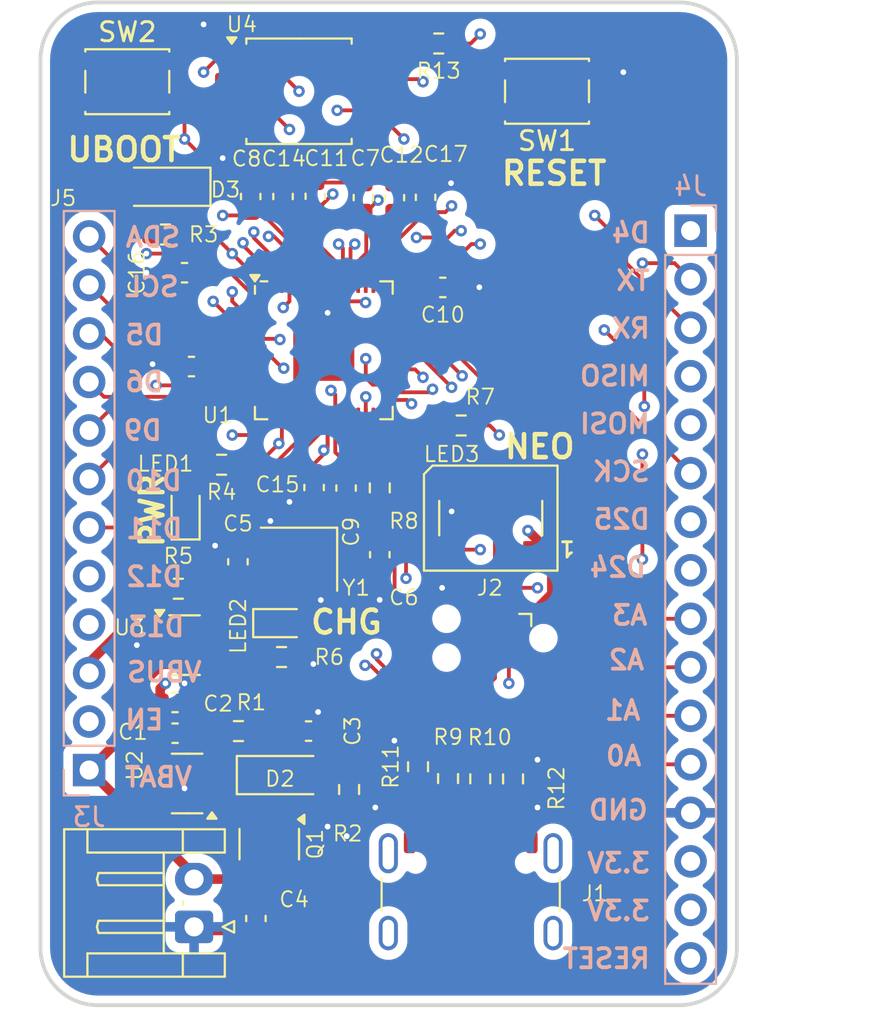
<source format=kicad_pcb>
(kicad_pcb (version 20241229) (generator "pcbnew") (generator_version "9.0")
  (layers (0 "F.Cu" signal) (4 "In1.Cu" signal) (6 "In2.Cu" signal) (2 "B.Cu" signal) (13 "F.Paste" user) (15 "B.Paste" user) (5 "F.SilkS" user "F.Silkscreen") (7 "B.SilkS" user "B.Silkscreen") (1 "F.Mask" user) (3 "B.Mask" user) (25 "Edge.Cuts" user))
  (net 0 "")
  (net 1 "3.3V")
  (net 2 "GND")
  (net 3 "Net-(D2-K)")
  (net 4 "VBAT")
  (net 5 "Net-(U1-XIN)")
  (net 6 "Net-(C6-Pad2)")
  (net 7 "1.2V")
  (net 8 "/NEOPIXEL")
  (net 9 "VBUS")
  (net 10 "/USBBOOT")
  (net 11 "Net-(D3-A)")
  (net 12 "unconnected-(J1-SHIELD-PadS1)")
  (net 14 "Net-(J1-CC1)")
  (net 15 "Net-(J1-CC2)")
  (net 19 "Net-(J1-D--PadA7)")
  (net 20 "Net-(J1-D+-PadA6)")
  (net 21 "/RESET")
  (net 22 "/SWDIO")
  (net 24 "/SWCKL")
  (net 25 "/D9")
  (net 26 "/EN")
  (net 27 "/SCL")
  (net 28 "/D5")
  (net 29 "/D11")
  (net 30 "/D13")
  (net 31 "/D10")
  (net 32 "/D12")
  (net 33 "/SDA")
  (net 34 "/D6")
  (net 35 "/RX")
  (net 36 "/A1")
  (net 37 "/SCK")
  (net 38 "/D25")
  (net 39 "/D4")
  (net 40 "/D24")
  (net 41 "/MOSI")
  (net 42 "/A0")
  (net 43 "/MISO")
  (net 44 "/TX")
  (net 45 "/A2")
  (net 46 "/A3")
  (net 47 "Net-(LED1-A)")
  (net 48 "Net-(LED2-K)")
  (net 49 "Net-(U2-EN)")
  (net 50 "/QSPI_CS")
  (net 51 "Net-(U3-STAT)")
  (net 52 "Net-(U3-PROG)")
  (net 53 "Net-(U1-XOUT)")
  (net 54 "/D+")
  (net 55 "/D-")
  (net 59 "/QSPI_DATA(0)")
  (net 61 "/QSPI_DATA(1)")
  (net 62 "/QSPI_DATA(3)")
  (net 65 "/QSPI_SCK")
  (net 66 "/QSPI_DATA(2)")
  (footprint "Capacitor_SMD:C_0603_1608Metric" (layer "F.Cu") (at 104 102.5)
    (property "Reference" "C2")
    (property "Value" "10uF")
  )
  (footprint "Resistor_SMD:R_0603_1608Metric" (layer "F.Cu") (at 104.175 96.546578)
    (property "Reference" "R5")
    (property "Value" "10K")
  )
  (footprint "Capacitor_SMD:C_0603_1608Metric" (layer "F.Cu") (at 112.96741 91.275 90)
    (property "Reference" "C9")
    (property "Value" "0.1uF")
  )
  (footprint "Resistor_SMD:R_0603_1608Metric" (layer "F.Cu") (at 113.126302 107.057967 -90)
    (property "Reference" "R2")
    (property "Value" "10K")
  )
  (footprint "Resistor_SMD:R_0603_1608Metric" (layer "F.Cu") (at 119 88 180)
    (property "Reference" "R7")
    (property "Value" "10K")
  )
  (footprint "Resistor_SMD:R_0603_1608Metric" (layer "F.Cu") (at 107.325 104 180)
    (property "Reference" "R1")
    (property "Value" "10K")
  )
  (footprint "Resistor_SMD:R_0603_1608Metric" (layer "F.Cu") (at 109.584882 100.123186)
    (property "Reference" "R6")
    (property "Value" "10K")
  )
  (footprint "Capacitor_SMD:C_0603_1608Metric" (layer "F.Cu") (at 104.5 80)
    (property "Reference" "C16")
    (property "Value" "0.1uF")
  )
  (footprint "Capacitor_SMD:C_0603_1608Metric" (layer "F.Cu") (at 104.003438 104.111476)
    (property "Reference" "C1")
    (property "Value" "10uF")
  )
  (footprint "Capacitor_SMD:C_0603_1608Metric" (layer "F.Cu") (at 115.5 76.07115 -90)
    (property "Reference" "C12")
    (property "Value" "0.1uF")
  )
  (footprint "Capacitor_SMD:C_0603_1608Metric" (layer "F.Cu") (at 111 104)
    (property "Reference" "C3")
    (property "Value" "10uF")
  )
  (footprint "Button_Switch_SMD:SW_SPST_PTS810" (layer "F.Cu") (at 101.5 70)
    (property "Reference" "SW2")
    (property "Value" "Mini RA Switch")
  )
  (footprint "Capacitor_SMD:C_0603_1608Metric" (layer "F.Cu") (at 111.290656 91.246909 90)
    (property "Reference" "C15")
    (property "Value" "0.1uF")
  )
  (footprint "Resistor_SMD:R_0603_1608Metric" (layer "F.Cu") (at 120 106.5 90)
    (property "Reference" "R10")
    (property "Value" "27")
  )
  (footprint "Capacitor_SMD:C_0603_1608Metric" (layer "F.Cu") (at 107.967999 76.010274 -90)
    (property "Reference" "C8")
    (property "Value" "0.1uF")
  )
  (footprint "Resistor_SMD:R_0603_1608Metric" (layer "F.Cu") (at 103.5 78 180)
    (property "Reference" "R3")
    (property "Value" "10K")
  )
  (footprint "Package_TO_SOT_SMD:TSOT-23-5" (layer "F.Cu") (at 104.634897 106.744976 180)
    (property "Reference" "U2")
    (property "Value" "RT9080/AP2112-3.3")
  )
  (footprint "Capacitor_SMD:C_0603_1608Metric" (layer "F.Cu") (at 104.862988 84.914272)
    (property "Reference" "C13" (hide yes))
    (property "Value" "0.1uF")
  )
  (footprint "Capacitor_SMD:C_0603_1608Metric" (layer "F.Cu") (at 113.875823 76.065179 -90)
    (property "Reference" "C7")
    (property "Value" "1uF")
  )
  (footprint "Package_TO_SOT_SMD:SOT-23-5" (layer "F.Cu") (at 104.5 99.5)
    (property "Reference" "U3")
    (property "Value" "MCP73831-2-OT")
  )
  (footprint "Package_SO:SOIC-8_5.3x5.3mm_P1.27mm" (layer "F.Cu") (at 110.5 70.5)
    (property "Reference" "U4")
    (property "Value" "W25Q64JVSS")
  )
  (footprint "Diode_SMD:D_SOD-123" (layer "F.Cu") (at 103.5 75.5 180)
    (property "Reference" "D3")
    (property "Value" "NSR0320")
  )
  (footprint "Connector_USB:USB_C_Receptacle_GCT_USB4105-xx-A_16P_TopMnt_Horizontal" (layer "F.Cu") (at 119.5 113.5)
    (property "Reference" "J1")
    (property "Value" "USB_C_Receptacle_USB2.0_16P")
  )
  (footprint "Capacitor_SMD:C_0603_1608Metric" (layer "F.Cu") (at 107.298912 95.136687 -90)
    (property "Reference" "C5")
    (property "Value" "22pF")
  )
  (footprint "Button_Switch_SMD:SW_SPST_PTS810" (layer "F.Cu") (at 123.5 70.5 180)
    (property "Reference" "SW1")
    (property "Value" "SW_Push")
  )
  (footprint "Connector:Tag-Connect_TC2030-IDC-NL_2x03_P1.27mm_Vertical" (layer "F.Cu") (at 120.77 99.135 180)
    (property "Reference" "J2")
    (property "Value" "SWD")
  )
  (footprint "Capacitor_SMD:C_0603_1608Metric" (layer "F.Cu") (at 108.241538 113.814709 -90)
    (property "Reference" "C4")
    (property "Value" "0.1uF")
  )
  (footprint "Capacitor_SMD:C_0603_1608Metric" (layer "F.Cu") (at 114.734579 94.764764 90)
    (property "Reference" "C6")
    (property "Value" "22pF")
  )
  (footprint "Resistor_SMD:R_0603_1608Metric" (layer "F.Cu") (at 116.740417 105.866692 90)
    (property "Reference" "R11")
    (property "Value" "5.1K")
  )
  (footprint "Capacitor_SMD:C_0603_1608Metric" (layer "F.Cu") (at 117.134773 76.054316 -90)
    (property "Reference" "C17")
    (property "Value" "0.1uF")
  )
  (footprint "Resistor_SMD:R_0603_1608Metric" (layer "F.Cu") (at 118.313471 106.48581 90)
    (property "Reference" "R9")
    (property "Value" "27")
  )
  (footprint "Capacitor_SMD:C_0603_1608Metric" (layer "F.Cu") (at 111.355569 76 -90)
    (property "Reference" "C11")
    (property "Value" "0.1uF")
  )
  (footprint "Diode_SMD:D_SOD-123" (layer "F.Cu") (at 109.600408 106.30434)
    (property "Reference" "D2")
    (property "Value" "MBR0540")
  )
  (footprint "Capacitor_SMD:C_0603_1608Metric" (layer "F.Cu") (at 109.662653 76.010274 -90)
    (property "Reference" "C14")
    (property "Value" "0.1uF")
  )
  (footprint "Package_TO_SOT_SMD:SOT-23-3" (layer "F.Cu") (at 108.941334 109.920973 -90)
    (property "Reference" "Q1")
    (property "Value" "DMG3415")
  )
  (footprint "Connector_JST:JST_EH_S2B-EH_1x02_P2.50mm_Horizontal" (layer "F.Cu") (at 105 114.25 90)
    (property "Reference" "J5")
    (property "Value" "Conn_01x02")
  )
  (footprint "LED_SMD:LED_WS2812B_PLCC4_5.0x5.0mm_P3.2mm" (layer "F.Cu") (at 120.55 92.85 180)
    (property "Reference" "LED3")
    (property "Value" "WS2812B")
  )
  (footprint "Package_DFN_QFN:QFN-56-1EP_7x7mm_P0.4mm_EP3.2x3.2mm" (layer "F.Cu") (at 111.8 84.0625)
    (property "Reference" "U1")
    (property "Value" "RP2040")
  )
  (footprint "Capacitor_SMD:C_0603_1608Metric" (layer "F.Cu") (at 118.036416 80.771284 180)
    (property "Reference" "C10")
    (property "Value" "1uF")
  )
  (footprint "Resistor_SMD:R_0603_1608Metric" (layer "F.Cu") (at 121.719905 106.504709 90)
    (property "Reference" "R12")
    (property "Value" "5.1K")
  )
  (footprint "Resistor_SMD:R_0603_1608Metric" (layer "F.Cu") (at 117.825 68 180)
    (property "Reference" "R13")
    (property "Value" "10k")
  )
  (footprint "Resistor_SMD:R_0603_1608Metric" (layer "F.Cu") (at 114.734579 91.264764 90)
    (property "Reference" "R8")
    (property "Value" "1K")
  )
  (footprint "LED_SMD:LED_0603_1608Metric" (layer "F.Cu") (at 109.584882 98.346781)
    (property "Reference" "LED2")
    (property "Value" "ORANGE")
  )
  (footprint "LED_SMD:LED_0603_1608Metric" (layer "F.Cu") (at 104.556392 92.48182 90)
    (property "Reference" "LED1")
    (property "Value" "RED")
  )
  (footprint "Crystal:Crystal_SMD_3225-4Pin_3.2x2.5mm" (layer "F.Cu") (at 110.5 95 180)
    (property "Reference" "Y1")
    (property "Value" "12MHz")
  )
  (footprint "Resistor_SMD:R_0603_1608Metric" (layer "F.Cu") (at 106.440731 90.053778 180)
    (property "Reference" "R4")
    (property "Value" "10K")
  )
  (footprint "Connector_PinHeader_2.54mm:PinHeader_1x16_P2.54mm_Vertical" (layer "B.Cu") (at 131.025 77.8 180)
    (property "Reference" "J4")
    (property "Value" "Conn_01x16")
  )
  (footprint "Connector_PinHeader_2.54mm:PinHeader_1x12_P2.54mm_Vertical" (layer "B.Cu") (at 99.5 106.04)
    (property "Reference" "J3")
    (property "Value" "Conn_01x12")
  )
  (gr_arc (start 130.45 65.85) (mid 132.57132 66.72868) (end 133.45 68.85) (stroke (width 0.2)) (layer "Edge.Cuts"))
  (gr_line (start 99.95 65.85) (end 130.45 65.85) (stroke (width 0.2)) (layer "Edge.Cuts"))
  (gr_arc (start 99.95 118.35) (mid 97.82868 117.47132) (end 96.95 115.35) (stroke (width 0.2)) (layer "Edge.Cuts"))
  (gr_arc (start 133.45 115.35) (mid 132.57132 117.47132) (end 130.45 118.35) (stroke (width 0.2)) (layer "Edge.Cuts"))
  (gr_line (start 130.45 118.35) (end 99.95 118.35) (stroke (width 0.2)) (layer "Edge.Cuts"))
  (gr_line (start 133.45 68.85) (end 133.45 115.35) (stroke (width 0.2)) (layer "Edge.Cuts"))
  (gr_arc (start 96.95 68.85) (mid 97.82868 66.72868) (end 99.95 65.85) (stroke (width 0.2)) (layer "Edge.Cuts"))
  (gr_line (start 96.95 115.35) (end 96.95 68.85) (stroke (width 0.2)) (layer "Edge.Cuts"))
  (gr_text "PWR" (at 103.5 94.5 90) (layer "F.SilkS") (effects (font (size 1.2 1.2) (thickness 0.24) (bold yes)) (justify left bottom)))
  (gr_text "UBOOT" (at 98.227647 74.259838 0) (layer "F.SilkS") (effects (font (size 1.2 1.2) (thickness 0.24) (bold yes)) (justify left bottom)))
  (gr_text "CHG" (at 111 99 0) (layer "F.SilkS") (effects (font (size 1.2 1.2) (thickness 0.24) (bold yes)) (justify left bottom)))
  (gr_text "NEO" (at 121.162378 89.813947 0) (layer "F.SilkS") (effects (font (size 1.2 1.2) (thickness 0.24) (bold yes)) (justify left bottom)))
  (gr_text "RESET" (at 121 75.5 0) (layer "F.SilkS") (effects (font (size 1.2 1.2) (thickness 0.24) (bold yes)) (justify left bottom)))
  (gr_text "SCK" (at 129 91 0) (layer "B.SilkS") (effects (font (size 1 1) (thickness 0.2) (bold yes)) (justify left bottom mirror)))
  (gr_text "D4" (at 129 78.5 0) (layer "B.SilkS") (effects (font (size 1 1) (thickness 0.2) (bold yes)) (justify left bottom mirror)))
  (gr_text "D12" (at 104.5 96.5 0) (layer "B.SilkS") (effects (font (size 1 1) (thickness 0.2) (bold yes)) (justify left bottom mirror)))
  (gr_text "D9" (at 103.414605 88.845671 0) (layer "B.SilkS") (effects (font (size 1 1) (thickness 0.2) (bold yes)) (justify left bottom mirror)))
  (gr_text "TX" (at 129 81 0) (layer "B.SilkS") (effects (font (size 1 1) (thickness 0.2) (bold yes)) (justify left bottom mirror)))
  (gr_text "MOSI" (at 129 88.5 0) (layer "B.SilkS") (effects (font (size 1 1) (thickness 0.2) (bold yes)) (justify left bottom mirror)))
  (gr_text "A0" (at 128.549261 105.88921 0) (layer "B.SilkS") (effects (font (size 1 1) (thickness 0.2) (bold yes)) (justify left bottom mirror)))
  (gr_text "VBUS" (at 105.5 101.5 0) (layer "B.SilkS") (effects (font (size 1 1) (thickness 0.2) (bold yes)) (justify left bottom mirror)))
  (gr_text "D10" (at 104.465513 91.472939 0) (layer "B.SilkS") (effects (font (size 1 1) (thickness 0.2) (bold yes)) (justify left bottom mirror)))
  (gr_text "A1" (at 128.5 103.5 0) (layer "B.SilkS") (effects (font (size 1 1) (thickness 0.2) (bold yes)) (justify left bottom mirror)))
  (gr_text "SCL" (at 104.3046 81.319375 0) (layer "B.SilkS") (effects (font (size 1 1) (thickness 0.2) (bold yes)) (justify left bottom mirror)))
  (gr_text "D11" (at 104.5 94 0) (layer "B.SilkS") (effects (font (size 1 1) (thickness 0.2) (bold yes)) (justify left bottom mirror)))
  (gr_text "D6" (at 103.496708 86.300505 0) (layer "B.SilkS") (effects (font (size 1 1) (thickness 0.2) (bold yes)) (justify left bottom mirror)))
  (gr_text "D13" (at 104.596876 99.124857 0) (layer "B.SilkS") (effects (font (size 1 1) (thickness 0.2) (bold yes)) (justify left bottom mirror)))
  (gr_text "A2" (at 128.697045 100.86456 0) (layer "B.SilkS") (effects (font (size 1 1) (thickness 0.2) (bold yes)) (justify left bottom mirror)))
  (gr_text "EN" (at 103.5 104 0) (layer "B.SilkS") (effects (font (size 1 1) (thickness 0.2) (bold yes)) (justify left bottom mirror)))
  (gr_text "3.3V" (at 129 114 0) (layer "B.SilkS") (effects (font (size 1 1) (thickness 0.2) (bold yes)) (justify left bottom mirror)))
  (gr_text "A3" (at 128.869459 98.52465 0) (layer "B.SilkS") (effects (font (size 1 1) (thickness 0.2) (bold yes)) (justify left bottom mirror)))
  (gr_text "3.3V" (at 129 111.5 0) (layer "B.SilkS") (effects (font (size 1 1) (thickness 0.2) (bold yes)) (justify left bottom mirror)))
  (gr_text "GND" (at 128.89409 108.721734 0) (layer "B.SilkS") (effects (font (size 1 1) (thickness 0.2) (bold yes)) (justify left bottom mirror)))
  (gr_text "RX" (at 129 83.5 0) (layer "B.SilkS") (effects (font (size 1 1) (thickness 0.2) (bold yes)) (justify left bottom mirror)))
  (gr_text "RESET" (at 129 116.5 0) (layer "B.SilkS") (effects (font (size 1 1) (thickness 0.2) (bold yes)) (justify left bottom mirror)))
  (gr_text "D24" (at 128.795567 96.012325 0) (layer "B.SilkS") (effects (font (size 1 1) (thickness 0.2) (bold yes)) (justify left bottom mirror)))
  (gr_text "VBAT" (at 105 107 0) (layer "B.SilkS") (effects (font (size 1 1) (thickness 0.2) (bold yes)) (justify left bottom mirror)))
  (gr_text "SDA" (at 104.383411 78.730689 0) (layer "B.SilkS") (effects (font (size 1 1) (thickness 0.2) (bold yes)) (justify left bottom mirror)))
  (gr_text "D5" (at 103.5 83.84812 0) (layer "B.SilkS") (effects (font (size 1 1) (thickness 0.2) (bold yes)) (justify left bottom mirror)))
  (gr_text "MISO" (at 129 86 0) (layer "B.SilkS") (effects (font (size 1 1) (thickness 0.2) (bold yes)) (justify left bottom mirror)))
  (gr_text "D25" (at 129 93.5 0) (layer "B.SilkS") (effects (font (size 1 1) (thickness 0.2) (bold yes)) (justify left bottom mirror)))
  (segment (start 123.751 96.811075) (end 123.751 95.251) (width 0.5) (layer "F.Cu") (net 1))
  (segment (start 111.5 78.5) (end 111.5 76.919431) (width 0.2) (layer "F.Cu") (net 1))
  (segment (start 123 94.5) (end 123 94) (width 0.5) (layer "F.Cu") (net 1))
  (segment (start 123.751 95.251) (end 123 94.5) (width 0.5) (layer "F.Cu") (net 1))
  (segment (start 107.86448 80.96448) (end 108.3625 81.4625) (width 0.2) (layer "F.Cu") (net 1))
  (segment (start 104.275 79) (end 102.5 79) (width 0.2) (layer "F.Cu") (net 1))
  (segment (start 123 94) (end 122.5 93.5) (width 0.5) (layer "F.Cu") (net 1))
  (segment (start 107.5625 85.0625) (end 107.414272 84.914272) (width 0.2) (layer "F.Cu") (net 1))
  (segment (start 109.672927 76.775) (end 109.662653 76.785274) (width 0.2) (layer "F.Cu") (net 1))
  (segment (start 119.5 68) (end 120 67.5) (width 0.2) (layer "F.Cu") (net 1))
  (segment (start 102.383897 106.581476) (end 102.383897 104.956017) (width 0.5) (layer "F.Cu") (net 1))
  (segment (start 112.4 79.4) (end 111.5 78.5) (width 0.2) (layer "F.Cu") (net 1))
  (segment (start 119.825 88) (end 120.5 88) (width 0.2) (layer "F.Cu") (net 1))
  (segment (start 109.662653 77.162653) (end 109.662653 76.785274) (width 0.2) (layer "F.Cu") (net 1))
  (segment (start 122.04 98.5) (end 122.062075 98.5) (width 0.5) (layer "F.Cu") (net 1))
  (segment (start 115.2375 81.4625) (end 115.5375 81.4625) (width 0.2) (layer "F.Cu") (net 1))
  (segment (start 118.65 68) (end 119.5 68) (width 0.2) (layer "F.Cu") (net 1))
  (segment (start 114.412499 68.919999) (end 117.730001 68.919999) (width 0.2) (layer "F.Cu") (net 1))
  (segment (start 114 80.625) (end 114 79.5671) (width 0.2) (layer "F.Cu") (net 1))
  (segment (start 118.170684 76.829316) (end 118.5 76.5) (width 0.2) (layer "F.Cu") (net 1))
  (segment (start 114.0875 68.595) (end 114.412499 68.919999) (width 0.2) (layer "F.Cu") (net 1))
  (segment (start 115.5 78.0671) (end 115.5 76.84615) (width 0.2) (layer "F.Cu") (net 1))
  (segment (start 105.275 80) (end 106.907964 80) (width 0.2) (layer "F.Cu") (net 1))
  (segment (start 115.5375 81.4625) (end 116.228716 80.771284) (width 0.2) (layer "F.Cu") (net 1))
  (segment (start 108.3625 85.0625) (end 107.5625 85.0625) (width 0.2) (layer "F.Cu") (net 1))
  (segment (start 111.355569 76.775) (end 109.672927 76.775) (width 0.2) (layer "F.Cu") (net 1))
  (segment (start 105.775 85) (end 105.8395 85.0645) (width 0.2) (layer "F.Cu") (net 1))
  (segment (start 120.5 88) (end 121 88.5) (width 0.2) (layer "F.Cu") (net 1))
  (segment (start 106.907964 80) (end 107.86448 80.956516) (width 0.2) (layer "F.Cu") (net 1))
  (segment (start 103.228438 102.503438) (end 103.225 102.5) (width 0.5) (layer "F.Cu") (net 1))
  (segment (start 112 89.296215) (end 111.290656 90.005559) (width 0.2) (layer "F.Cu") (net 1))
  (segment (start 117.134773 76.829316) (end 115.516834 76.829316) (width 0.2) (layer "F.Cu") (net 1))
  (segment (start 114 79.5671) (end 115.5 78.0671) (width 0.2) (layer "F.Cu") (net 1))
  (segment (start 112 89.096215) (end 111.8 89.296215) (width 0.2) (layer "F.Cu") (net 1))
  (segment (start 112 87.5) (end 112 89.296215) (width 0.2) (layer "F.Cu") (net 1))
  (segment (start 112.4 80.625) (end 112.4 79.4) (width 0.2) (layer "F.Cu") (net 1))
  (segment (start 102.383897 104.956017) (end 103.228438 104.111476) (width 0.5) (layer "F.Cu") (net 1))
  (segment (start 117.134773 76.829316) (end 118.170684 76.829316) (width 0.2) (layer "F.Cu") (net 1))
  (segment (start 119.5327 78.5) (end 120 78.5) (width 0.2) (layer "F.Cu") (net 1))
  (segment (start 111.355569 76.775) (end 111.376472 76.775) (width 0.2) (layer "F.Cu") (net 1))
  (segment (start 107.414272 84.914272) (end 105.637988 84.914272) (width 0.2) (layer "F.Cu") (net 1))
  (segment (start 111.5 76.919431) (end 111.355569 76.775) (width 0.2) (layer "F.Cu") (net 1))
  (segment (start 115.516834 76.829316) (end 115.5 76.84615) (width 0.2) (layer "F.Cu") (net 1))
  (segment (start 105.275 80) (end 104.275 79) (width 0.2) (layer "F.Cu") (net 1))
  (segment (start 117.730001 68.919999) (end 118.65 68) (width 0.2) (layer "F.Cu") (net 1))
  (segment (start 112 80.625) (end 112 79.5) (width 0.2) (layer "F.Cu") (net 1))
  (segment (start 117.261416 80.771284) (end 119.5327 78.5) (width 0.2) (layer "F.Cu") (net 1))
  (segment (start 112 87.5) (end 112 89.096215) (width 0.2) (layer "F.Cu") (net 1))
  (segment (start 114.4 80.625) (end 114.4 79.564089) (width 0.2) (layer "F.Cu") (net 1))
  (segment (start 103.225 101.775) (end 103.5 101.5) (width 0.5) (layer "F.Cu") (net 1))
  (segment (start 116.58367 85.0625) (end 116.999 85.47783) (width 0.2) (layer "F.Cu") (net 1))
  (segment (start 103.225 102.5) (end 103.225 101.775) (width 0.5) (layer "F.Cu") (net 1))
  (segment (start 114.4 79.564089) (end 117.134773 76.829316) (width 0.2) (layer "F.Cu") (net 1))
  (segment (start 103.497397 107.694976) (end 102.383897 106.581476) (width 0.5) (layer "F.Cu") (net 1))
  (segment (start 111.376472 76.775) (end 112.272156 75.879316) (width 0.2) (layer "F.Cu") (net 1))
  (segment (start 115.2375 85.0625) (end 116.58367 85.0625) (width 0.2) (layer "F.Cu") (net 1))
  (segment (start 105.637988 84.914272) (end 104.65226 85.9) (width 0.2) (layer "F.Cu") (net 1))
  (segment (start 103.228438 104.111476) (end 103.228438 102.503438) (width 0.5) (layer "F.Cu") (net 1))
  (segment (start 112 79.5) (end 109.662653 77.162653) (width 0.2) (layer "F.Cu") (net 1))
  (segment (start 116.228716 80.771284) (end 117.261416 80.771284) (width 0.2) (layer "F.Cu") (net 1))
  (segment (start 111.290656 90.471909) (end 111.290656 90.005559) (width 0.2) (layer "F.Cu") (net 1))
  (segment (start 104.65226 85.9) (end 103 85.9) (width 0.2) (layer "F.Cu") (net 1))
  (segment (start 107.86448 80.956516) (end 107.86448 80.96448) (width 0.2) (layer "F.Cu") (net 1))
  (segment (start 122.062075 98.5) (end 123.751 96.811075) (width 0.5) (layer "F.Cu") (net 1))
  (via (at 102.5 79) (size 0.6) (drill 0.3) (layers "F.Cu" "B.Cu") (net 1))
  (via (at 118.5 76.5) (size 0.6) (drill 0.3) (layers "F.Cu" "B.Cu") (net 1))
  (via (at 112.272156 75.879316) (size 0.6) (drill 0.3) (layers "F.Cu" "B.Cu") (net 1))
  (via (at 116.999 85.47783) (size 0.6) (drill 0.3) (layers "F.Cu" "B.Cu") (net 1))
  (via (at 103 85.9) (size 0.6) (drill 0.3) (layers "F.Cu" "B.Cu") (net 1))
  (via (at 122.5 93.5) (size 0.6) (drill 0.3) (layers "F.Cu" "B.Cu") (net 1))
  (via (at 103.5 101.5) (size 0.6) (drill 0.3) (layers "F.Cu" "B.Cu") (net 1))
  (via (at 111.8 89.296215) (size 0.6) (drill 0.3) (layers "F.Cu" "B.Cu") (net 1))
  (via (at 120 78.5) (size 0.6) (drill 0.3) (layers "F.Cu" "B.Cu") (net 1))
  (via (at 121 88.5) (size 0.6) (drill 0.3) (layers "F.Cu" "B.Cu") (net 1))
  (via (at 120 67.5) (size 0.6) (drill 0.3) (layers "F.Cu" "B.Cu") (net 1))
  (segment (start 113.117033 107.882967) (end 112 109) (width 0.2) (layer "F.Cu") (net 2))
  (segment (start 111.775 103.275) (end 111.5 103) (width 0.2) (layer "F.Cu") (net 2))
  (segment (start 119.5 98.5) (end 119.5 98) (width 0.2) (layer "F.Cu") (net 2))
  (segment (start 113.126302 107.882967) (end 113.126302 109.373698) (width 0.2) (layer "F.Cu") (net 2))
  (segment (start 104.125 68.375) (end 105.5 67) (width 0.2) (layer "F.Cu") (net 2))
  (segment (start 111.8 84.0625) (end 111.8 82.3) (width 0.2) (layer "F.Cu") (net 2))
  (segment (start 105.772397 106.744976) (end 104.755024 106.744976) (width 0.2) (layer "F.Cu") (net 2))
  (segment (start 104.125 68.4) (end 104.125 68.375) (width 0.2) (layer "F.Cu") (net 2))
  (segment (start 104.556392 93.26932) (end 105.078881 93.26932) (width 0.2) (layer "F.Cu") (net 2))
  (segment (start 113.126302 109.373698) (end 113 109.5) (width 0.2) (layer "F.Cu") (net 2))
  (segment (start 103.575 68.925) (end 104.1 68.4) (width 0.2) (layer "F.Cu") (net 2))
  (segment (start 117.134773 75.279316) (end 118.437516 75.279316) (width 0.2) (layer "F.Cu") (net 2))
  (segment (start 110.8 85.0625) (end 111.8 84.0625) (width 0.2) (layer "F.Cu") (net 2))
  (segment (start 110.885987 100.123186) (end 111.25 100.487199) (width 0.2) (layer "F.Cu") (net 2))
  (segment (start 116.740417 105.041692) (end 116.041692 105.041692) (width 0.2) (layer "F.Cu") (net 2))
  (segment (start 104.775 101.775) (end 104.5 101.5) (width 0.2) (layer "F.Cu") (net 2))
  (segment (start 111.6 97.094929) (end 111.643579 97.138508) (width 0.2) (layer "F.Cu") (net 2))
  (segment (start 104.755024 106.744976) (end 104.5 107) (width 0.2) (layer "F.Cu") (net 2))
  (segment (start 122.7 108.8) (end 122.7 109.82) (width 0.2) (layer "F.Cu") (net 2))
  (segment (start 105.339709 114.589709) (end 105 114.25) (width 0.2) (layer "F.Cu") (net 2))
  (segment (start 111.290656 92.021909) (end 110.021909 92.021909) (width 0.2) (layer "F.Cu") (net 2))
  (segment (start 111.6 95.85) (end 111.6 97.094929) (width 0.2) (layer "F.Cu") (net 2))
  (segment (start 118.811416 80.771284) (end 119.943528 80.771284) (width 0.2) (layer "F.Cu") (net 2))
  (segment (start 106.9125 73.5875) (end 106.5 74) (width 0.2) (layer "F.Cu") (net 2))
  (segment (start 107.298912 94.361687) (end 106.171248 94.361687) (width 0.2) (layer "F.Cu") (net 2))
  (segment (start 104.1 68.4) (end 104.125 68.4) (width 0.2) (layer "F.Cu") (net 2))
  (segment (start 123 108) (end 123 108.5) (width 0.2) (layer "F.Cu") (net 2))
  (segment (start 111.8 82.3) (end 112 82.1) (width 0.2) (layer "F.Cu") (net 2))
  (segment (start 102.952485 84.914272) (end 102.824952 84.786739) (width 0.2) (layer "F.Cu") (net 2))
  (segment (start 114.734579 95.539764) (end 114.734579 97.125812) (width 0.2) (layer "F.Cu") (net 2))
  (segment (start 112.96741 92.5) (end 111.768747 92.5) (width 0.2) (layer "F.Cu") (net 2))
  (segment (start 110.409882 100.123186) (end 110.885987 100.123186) (width 0.2) (layer "F.Cu") (net 2))
  (segment (start 120.875 69.4) (end 126.125 69.4) (width 0.2) (layer "F.Cu") (net 2))
  (segment (start 118.1 91.2) (end 118.1 92.1) (width 0.2) (layer "F.Cu") (net 2))
  (segment (start 111.768747 92.5) (end 111.290656 92.021909) (width 0.2) (layer "F.Cu") (net 2))
  (segment (start 127.4 69.4) (end 127.5 69.5) (width 0.2) (layer "F.Cu") (net 2))
  (segment (start 105.078881 93.26932) (end 106.101036 94.291475) (width 0.2) (layer "F.Cu") (net 2))
  (segment (start 116.3 109.182139) (end 115.30893 108.191069) (width 0.2) (layer "F.Cu") (net 2))
  (segment (start 108.241538 114.589709) (end 105.339709 114.589709) (width 0.2) (layer "F.Cu") (net 2))
  (segment (start 117.134773 75.279316) (end 108.012041 75.279316) (width 0.2) (layer "F.Cu") (net 2))
  (segment (start 116.041692 105.041692) (end 115.5 104.5) (width 0.2) (layer "F.Cu") (net 2))
  (segment (start 119.943528 80.771284) (end 119.951943 80.762869) (width 0.2) (layer "F.Cu") (net 2))
  (segment (start 118.1 92.1) (end 118.5 92.5) (width 0.2) (layer "F.Cu") (net 2))
  (segment (start 104.778438 102.503438) (end 104.775 102.5) (width 0.2) (layer "F.Cu") (net 2))
  (segment (start 106.171248 94.361687) (end 106.101036 94.291475) (width 0.2) (layer "F.Cu") (net 2))
  (segment (start 126.125 69.4) (end 127.4 69.4) (width 0.2) (layer "F.Cu") (net 2))
  (segment (start 118.437516 75.279316) (end 118.469964 75.311764) (width 0.2) (layer "F.Cu") (net 2))
  (segment (start 113.126302 107.882967) (end 113.117033 107.882967) (width 0.2) (layer "F.Cu") (net 2))
  (segment (start 109.4 94.15) (end 109.4 93.4) (width 0.2) (layer "F.Cu") (net 2))
  (segment (start 109.4 93.4) (end 109 93) (width 0.2) (layer "F.Cu") (net 2))
  (segment (start 110.021909 92.021909) (end 110 92) (width 0.2) (layer "F.Cu") (net 2))
  (segment (start 122.820291 105.679709) (end 123 105.5) (width 0.2) (layer "F.Cu") (net 2))
  (segment (start 123 108.5) (end 122.7 108.8) (width 0.2) (layer "F.Cu") (net 2))
  (segment (start 104.778438 104.111476) (end 104.778438 102.503438) (width 0.2) (layer "F.Cu") (net 2))
  (segment (start 110.8 87.5) (end 110.8 85.0625) (width 0.2) (layer "F.Cu") (net 2))
  (segment (start 104.087988 84.914272) (end 102.952485 84.914272) (width 0.2) (layer "F.Cu") (net 2))
  (segment (start 103.725 80) (end 102.5 80) (width 0.2) (layer "F.Cu") (net 2))
  (segment (start 121.719905 105.679709) (end 122.820291 105.679709) (width 0.2) (layer "F.Cu") (net 2))
  (segment (start 103.575 68.925) (end 99.425 68.925) (width 0.2) (layer "F.Cu") (net 2))
  (segment (start 116.3 109.82) (end 116.3 109.182139) (width 0.2) (layer "F.Cu") (net 2))
  (segment (start 108.012041 75.279316) (end 107.967999 75.235274) (width 0.2) (layer "F.Cu") (net 2))
  (segment (start 115.117861 108) (end 114.5 108) (width 0.2) (layer "F.Cu") (net 2))
  (segment (start 103.3625 99.5) (end 102 99.5) (width 0.2) (layer "F.Cu") (net 2))
  (segment (start 119.5 98) (end 118 96.5) (width 0.2) (layer "F.Cu") (net 2))
  (segment (start 114.734579 97.125812) (end 114.729858 97.130533) (width 0.2) (layer "F.Cu") (net 2))
  (segment (start 106.9125 72.405) (end 106.9125 73.5875) (width 0.2) (layer "F.Cu") (net 2))
  (segment (start 115.30893 108.191069) (end 115.117861 108) (width 0.2) (layer "F.Cu") (net 2))
  (segment (start 104.775 102.5) (end 104.775 101.775) (width 0.2) (layer "F.Cu") (net 2))
  (segment (start 111.775 104) (end 111.775 103.275) (width 0.2) (layer "F.Cu") (net 2))
  (via (at 104.5 101.5) (size 0.6) (drill 0.3) (layers "F.Cu" "B.Cu") (net 2))
  (via (at 114.5 108) (size 0.6) (drill 0.3) (layers "F.Cu" "B.Cu") (net 2))
  (via (at 118.469964 75.311764) (size 0.6) (drill 0.3) (layers "F.Cu" "B.Cu") (net 2))
  (via (at 115.5 104.5) (size 0.6) (drill 0.3) (layers "F.Cu" "B.Cu") (net 2))
  (via (at 102.824952 84.786739) (size 0.6) (drill 0.3) (layers "F.Cu" "B.Cu") (net 2))
  (via (at 119.951943 80.762869) (size 0.6) (drill 0.3) (layers "F.Cu" "B.Cu") (net 2))
  (via (at 102.5 80) (size 0.6) (drill 0.3) (layers "F.Cu" "B.Cu") (net 2))
  (via (at 127.5 69.5) (size 0.6) (drill 0.3) (layers "F.Cu" "B.Cu") (net 2))
  (via (at 106.5 74) (size 0.6) (drill 0.3) (layers "F.Cu" "B.Cu") (net 2))
  (via (at 118 96.5) (size 0.6) (drill 0.3) (layers "F.Cu" "B.Cu") (net 2))
  (via (at 114.729858 97.130533) (size 0.6) (drill 0.3) (layers "F.Cu" "B.Cu") (net 2))
  (via (at 118.5 92.5) (size 0.6) (drill 0.3) (layers "F.Cu" "B.Cu") (net 2))
  (via (at 110 92) (size 0.6) (drill 0.3) (layers "F.Cu" "B.Cu") (net 2))
  (via (at 112 109) (size 0.6) (drill 0.3) (layers "F.Cu" "B.Cu") (net 2))
  (via (at 104.5 107) (size 0.6) (drill 0.3) (layers "F.Cu" "B.Cu") (net 2))
  (via (at 111.643579 97.138508) (size 0.6) (drill 0.3) (layers "F.Cu" "B.Cu") (net 2))
  (via (at 102 99.5) (size 0.6) (drill 0.3) (layers "F.Cu" "B.Cu") (net 2))
  (via (at 109 93) (size 0.6) (drill 0.3) (layers "F.Cu" "B.Cu") (net 2))
  (via (at 105.5 67) (size 0.6) (drill 0.3) (layers "F.Cu" "B.Cu") (net 2))
  (via (at 106.101036 94.291475) (size 0.6) (drill 0.3) (layers "F.Cu" "B.Cu") (net 2))
  (via (at 111.25 100.487199) (size 0.6) (drill 0.3) (layers "F.Cu" "B.Cu") (net 2))
  (via (at 123 108) (size 0.6) (drill 0.3) (layers "F.Cu" "B.Cu") (net 2))
  (via (at 111.5 103) (size 0.6) (drill 0.3) (layers "F.Cu" "B.Cu") (net 2))
  (via (at 123 105.5) (size 0.6) (drill 0.3) (layers "F.Cu" "B.Cu") (net 2))
  (via (at 112 82.1) (size 0.6) (drill 0.3) (layers "F.Cu" "B.Cu") (net 2))
  (via (at 113 109.5) (size 0.6) (drill 0.3) (layers "F.Cu" "B.Cu") (net 2))
  (segment (start 107.950408 106.30434) (end 107.950408 104.199592) (width 0.5) (layer "F.Cu") (net 3))
  (segment (start 108.15 104) (end 110.225 104) (width 0.5) (layer "F.Cu") (net 3))
  (segment (start 107.991334 108.783473) (end 107.991334 106.345266) (width 0.5) (layer "F.Cu") (net 3))
  (segment (start 107.991334 106.345266) (end 107.950408 106.30434) (width 0.5) (layer "F.Cu") (net 3))
  (segment (start 106.902837 107.694976) (end 107.991334 108.783473) (width 0.5) (layer "F.Cu") (net 3))
  (segment (start 107.950408 104.199592) (end 108.15 104) (width 0.5) (layer "F.Cu") (net 3))
  (segment (start 105.772397 107.694976) (end 106.902837 107.694976) (width 0.5) (layer "F.Cu") (net 3))
  (segment (start 106.951829 111.75) (end 108.241538 113.039709) (width 0.5) (layer "F.Cu") (net 4))
  (segment (start 102.324 101.4885) (end 102.324 103.216) (width 0.5) (layer "F.Cu") (net 4))
  (segment (start 105 111.54) (end 99.5 106.04) (width 0.5) (layer "F.Cu") (net 4))
  (segment (start 105 111.75) (end 105 111.54) (width 0.5) (layer "F.Cu") (net 4))
  (segment (start 103.3625 100.45) (end 102.324 101.4885) (width 0.5) (layer "F.Cu") (net 4))
  (segment (start 105 111.75) (end 106.951829 111.75) (width 0.5) (layer "F.Cu") (net 4))
  (segment (start 108.941334 111.058473) (end 108.941334 112.339913) (width 0.5) (layer "F.Cu") (net 4))
  (segment (start 108.941334 112.339913) (end 108.241538 113.039709) (width 0.5) (layer "F.Cu") (net 4))
  (segment (start 102.324 103.216) (end 99.5 106.04) (width 0.5) (layer "F.Cu") (net 4))
  (segment (start 109.338313 95.911687) (end 109.4 95.85) (width 0.2) (layer "F.Cu") (net 5))
  (segment (start 109.3 95.85) (end 109.4 95.85) (width 0.2) (layer "F.Cu") (net 5))
  (segment (start 107.298912 95.911687) (end 109.338313 95.911687) (width 0.2) (layer "F.Cu") (net 5))
  (segment (start 108.074912 91.160362) (end 108.074912 94.624912) (width 0.2) (layer "F.Cu") (net 5))
  (segment (start 111.2 88.035274) (end 108.074912 91.160362) (width 0.2) (layer "F.Cu") (net 5))
  (segment (start 108.074912 94.624912) (end 109.3 95.85) (width 0.2) (layer "F.Cu") (net 5))
  (segment (start 111.2 87.5) (end 111.2 88.035274) (width 0.2) (layer "F.Cu") (net 5))
  (segment (start 114.734579 93.989764) (end 114.734579 92.089764) (width 0.2) (layer "F.Cu") (net 6))
  (segment (start 114.574343 94.15) (end 114.734579 93.989764) (width 0.2) (layer "F.Cu") (net 6))
  (segment (start 111.6 94.15) (end 114.574343 94.15) (width 0.2) (layer "F.Cu") (net 6))
  (segment (start 106.5 77) (end 107.753273 77) (width 0.2) (layer "F.Cu") (net 7))
  (segment (start 113.875823 76.840179) (end 113.942087 76.906443) (width 0.2) (layer "F.Cu") (net 7))
  (segment (start 112.96741 90.5) (end 112.96741 89.96741) (width 0.2) (layer "F.Cu") (net 7))
  (segment (start 111.6 79.946263) (end 108.439011 76.785274) (width 0.2) (layer "F.Cu") (net 7))
  (segment (start 112.4 87.5) (end 112.4 89.4) (width 0.2) (layer "F.Cu") (net 7))
  (segment (start 114.026 78.974) (end 113.6 79.4) (width 0.2) (layer "F.Cu") (net 7))
  (segment (start 114.026 76.990356) (end 114.026 78.974) (width 0.2) (layer "F.Cu") (net 7))
  (segment (start 113.6 79.4) (end 113.6 80.625) (width 0.2) (layer "F.Cu") (net 7))
  (segment (start 113.875823 76.840179) (end 114.00835 76.840179) (width 0.2) (layer "F.Cu") (net 7))
  (segment (start 111.6 80.625) (end 111.6 79.946263) (width 0.2) (layer "F.Cu") (net 7))
  (segment (start 113.875823 76.840179) (end 114.026 76.990356) (width 0.2) (layer "F.Cu") (net 7))
  (segment (start 112.4 87.5) (end 112.4 86.387503) (width 0.2) (layer "F.Cu") (net 7))
  (segment (start 112.96741 89.96741) (end 112.4 89.4) (width 0.2) (layer "F.Cu") (net 7))
  (segment (start 108.439011 76.785274) (end 107.967999 76.785274) (width 0.2) (layer "F.Cu") (net 7))
  (segment (start 107.753273 77) (end 107.967999 76.785274) (width 0.2) (layer "F.Cu") (net 7))
  (segment (start 112.4 86.387503) (end 112.174999 86.162502) (width 0.2) (layer "F.Cu") (net 7))
  (segment (start 114.00835 76.840179) (end 114.646642 76.201887) (width 0.2) (layer "F.Cu") (net 7))
  (via (at 112.174999 86.162502) (size 0.6) (drill 0.3) (layers "F.Cu" "B.Cu") (net 7))
  (via (at 114.646642 76.201887) (size 0.6) (drill 0.3) (layers "F.Cu" "B.Cu") (net 7))
  (via (at 106.5 77) (size 0.6) (drill 0.3) (layers "F.Cu" "B.Cu") (net 7))
  (segment (start 120 94.5) (end 118.1 94.5) (width 0.2) (layer "F.Cu") (net 8))
  (segment (start 114 87.5) (end 114 86.5) (width 0.2) (layer "F.Cu") (net 8))
  (via (at 114 86.5) (size 0.6) (drill 0.3) (layers "F.Cu" "B.Cu") (net 8))
  (via (at 120 94.5) (size 0.6) (drill 0.3) (layers "F.Cu" "B.Cu") (net 8))
  (segment (start 112 99.974399) (end 110.372382 98.346781) (width 0.5) (layer "F.Cu") (net 9))
  (segment (start 99.5 100.420774) (end 102.499 97.421774) (width 0.5) (layer "F.Cu") (net 9))
  (segment (start 114.232967 106.232967) (end 117.1 109.1) (width 0.5) (layer "F.Cu") (net 9))
  (segment (start 112 101) (end 112 99.974399) (width 0.5) (layer "F.Cu") (net 9))
  (segment (start 111.250408 106.30434) (end 111.250408 107.424399) (width 0.5) (layer "F.Cu") (net 9))
  (segment (start 117.1 110.278824) (end 117.1 109.82) (width 0.2) (layer "F.Cu") (net 9))
  (segment (start 105.570561 95.620578) (end 107.370764 97.420781) (width 0.5) (layer "F.Cu") (net 9))
  (segment (start 99.5 100.96) (end 99.741 101.201) (width 0.5) (layer "F.Cu") (net 9))
  (segment (start 117.517176 110.696) (end 117.1 110.278824) (width 0.2) (layer "F.Cu") (net 9))
  (segment (start 102.499 97.421774) (end 102.499 95.996382) (width 0.5) (layer "F.Cu") (net 9))
  (segment (start 113.126302 106.232967) (end 113.126302 102.126302) (width 0.5) (layer "F.Cu") (net 9))
  (segment (start 121.9 110.394999) (end 121.598999 110.696) (width 0.2) (layer "F.Cu") (net 9))
  (segment (start 113.126302 102.126302) (end 112 101) (width 0.5) (layer "F.Cu") (net 9))
  (segment (start 102.499 95.996382) (end 102.874804 95.620578) (width 0.5) (layer "F.Cu") (net 9))
  (segment (start 107.370764 97.420781) (end 109.446382 97.420781) (width 0.5) (layer "F.Cu") (net 9))
  (segment (start 109.446382 97.420781) (end 110.372382 98.346781) (width 0.5) (layer "F.Cu") (net 9))
  (segment (start 106.6875 101.5) (end 111.5 101.5) (width 0.5) (layer "F.Cu") (net 9))
  (segment (start 113.054929 106.30434) (end 113.126302 106.232967) (width 0.5) (layer "F.Cu") (net 9))
  (segment (start 111.5 101.5) (end 112 101) (width 0.5) (layer "F.Cu") (net 9))
  (segment (start 113.126302 106.232967) (end 114.232967 106.232967) (width 0.5) (layer "F.Cu") (net 9))
  (segment (start 105.6375 100.45) (end 106.6875 101.5) (width 0.5) (layer "F.Cu") (net 9))
  (segment (start 121.598999 110.696) (end 117.517176 110.696) (width 0.2) (layer "F.Cu") (net 9))
  (segment (start 111.250408 106.30434) (end 113.054929 106.30434) (width 0.5) (layer "F.Cu") (net 9))
  (segment (start 117.1 109.1) (end 117.1 109.82) (width 0.5) (layer "F.Cu") (net 9))
  (segment (start 99.5 100.96) (end 99.5 100.420774) (width 0.5) (layer "F.Cu") (net 9))
  (segment (start 121.9 109.82) (end 121.9 110.394999) (width 0.2) (layer "F.Cu") (net 9))
  (segment (start 102.874804 95.620578) (end 105.570561 95.620578) (width 0.5) (layer "F.Cu") (net 9))
  (segment (start 111.250408 107.424399) (end 109.891334 108.783473) (width 0.5) (layer "F.Cu") (net 9))
  (segment (start 105.15 73.65) (end 104.5 73) (width 0.2) (layer "F.Cu") (net 10))
  (segment (start 104.1 71.6) (end 104.125 71.6) (width 0.2) (layer "F.Cu") (net 10))
  (segment (start 104.5 71.975) (end 104.125 71.6) (width 0.2) (layer "F.Cu") (net 10))
  (segment (start 104.5 73) (end 104.5 71.975) (width 0.2) (layer "F.Cu") (net 10))
  (segment (start 103.575 71.075) (end 99.425 71.075) (width 0.2) (layer "F.Cu") (net 10))
  (segment (start 105.15 75.5) (end 105.15 73.65) (width 0.2) (layer "F.Cu") (net 10))
  (segment (start 108.3625 83.4625) (end 109.4625 83.4625) (width 0.2) (layer "F.Cu") (net 10))
  (segment (start 103.575 71.075) (end 104.1 71.6) (width 0.2) (layer "F.Cu") (net 10))
  (segment (start 109.4625 83.4625) (end 109.5 83.5) (width 0.2) (layer "F.Cu") (net 10))
  (via (at 104.5 73) (size 0.6) (drill 0.3) (layers "F.Cu" "B.Cu") (net 10))
  (via (at 109.5 83.5) (size 0.6) (drill 0.3) (layers "F.Cu" "B.Cu") (net 10))
  (segment (start 102.675 78) (end 102.675 76.325) (width 0.2) (layer "F.Cu") (net 11))
  (segment (start 102.675 76.325) (end 101.85 75.5) (width 0.2) (layer "F.Cu") (net 11))
  (segment (start 118.25 109.82) (end 118.25 108.951711) (width 0.2) (layer "F.Cu") (net 14))
  (segment (start 116.740417 107.442128) (end 116.740417 106.691692) (width 0.2) (layer "F.Cu") (net 14))
  (segment (start 118.25 108.951711) (end 116.740417 107.442128) (width 0.2) (layer "F.Cu") (net 14))
  (segment (start 121.719905 107.329709) (end 121.25 107.799614) (width 0.2) (layer "F.Cu") (net 15))
  (segment (start 121.25 107.799614) (end 121.25 109.82) (width 0.2) (layer "F.Cu") (net 15))
  (segment (start 120 107.325) (end 119.75 107.575) (width 0.2) (layer "F.Cu") (net 19))
  (segment (start 119.75 107.575) (end 119.75 109.82) (width 0.2) (layer "F.Cu") (net 19))
  (segment (start 118.313471 107.31081) (end 119.25 108.247339) (width 0.2) (layer "F.Cu") (net 20))
  (segment (start 119.25 108.247339) (end 119.25 109.82) (width 0.2) (layer "F.Cu") (net 20))
  (segment (start 128.5 95) (end 128.5 89.5) (width 0.2) (layer "F.Cu") (net 21))
  (segment (start 117 88.5) (end 120.77 92.27) (width 0.2) (layer "F.Cu") (net 21))
  (segment (start 128.6 87) (end 128.6 83.6) (width 0.2) (layer "F.Cu") (net 21))
  (segment (start 114.064726 88.5) (end 113.601 88.036274) (width 0.2) (layer "F.Cu") (net 21))
  (segment (start 120.77 92.27) (end 120.77 96.5) (width 0.2) (layer "F.Cu") (net 21))
  (segment (start 117 88.5) (end 114.064726 88.5) (width 0.2) (layer "F.Cu") (net 21))
  (segment (start 120.77 96.5) (end 123 96.5) (width 0.2) (layer "F.Cu") (net 21))
  (segment (start 125 80) (end 125 73.725) (width 0.2) (layer "F.Cu") (net 21))
  (segment (start 125.575 73.15) (end 125.575 71.575) (width 0.2) (layer "F.Cu") (net 21))
  (segment (start 125 73.725) (end 125.575 73.15) (width 0.2) (layer "F.Cu") (net 21))
  (segment (start 113.6 87.5) (end 113.6 88.1) (width 0.2) (layer "F.Cu") (net 21))
  (segment (start 128.6 83.6) (end 125 80) (width 0.2) (layer "F.Cu") (net 21))
  (segment (start 117.675 88.5) (end 118.175 88) (width 0.2) (layer "F.Cu") (net 21))
  (segment (start 120.77 96.5) (end 120.77 98.5) (width 0.2) (layer "F.Cu") (net 21))
  (segment (start 117 88.5) (end 117.675 88.5) (width 0.2) (layer "F.Cu") (net 21))
  (segment (start 125.575 71.575) (end 121.425 71.575) (width 0.2) (layer "F.Cu") (net 21))
  (via (at 123 96.5) (size 0.6) (drill 0.3) (layers "F.Cu" "B.Cu") (net 21))
  (via (at 128.5 89.5) (size 0.6) (drill 0.3) (layers "F.Cu" "B.Cu") (net 21))
  (via (at 128.5 95) (size 0.6) (drill 0.3) (layers "F.Cu" "B.Cu") (net 21))
  (via (at 128.6 87) (size 0.6) (drill 0.3) (layers "F.Cu" "B.Cu") (net 21))
  (segment (start 115.5671 89) (end 116.110579 89.543479) (width 0.2) (layer "F.Cu") (net 22))
  (segment (start 113.2 87.5) (end 113.2 88.2) (width 0.2) (layer "F.Cu") (net 22))
  (segment (start 113.2 88.7) (end 113.5 89) (width 0.2) (layer "F.Cu") (net 22))
  (segment (start 113.2 88.2) (end 113.2 88.7) (width 0.2) (layer "F.Cu") (net 22))
  (segment (start 113.5 89) (end 115.5 89) (width 0.2) (layer "F.Cu") (net 22))
  (segment (start 115.5 89) (end 115.5671 89) (width 0.2) (layer "F.Cu") (net 22))
  (segment (start 116.110579 89.543479) (end 116.110579 96) (width 0.2) (layer "F.Cu") (net 22))
  (segment (start 121.5 100.31) (end 122.04 99.77) (width 0.2) (layer "F.Cu") (net 22))
  (segment (start 121.5 101.5) (end 121.5 100.31) (width 0.2) (layer "F.Cu") (net 22))
  (via (at 116.110579 96) (size 0.6) (drill 0.3) (layers "F.Cu" "B.Cu") (net 22))
  (via (at 121.5 101.5) (size 0.6) (drill 0.3) (layers "F.Cu" "B.Cu") (net 22))
  (segment (start 120.77 99.77) (end 120.77 101.23) (width 0.2) (layer "F.Cu") (net 24))
  (segment (start 120.5 101.5) (end 117.815051 101.5) (width 0.2) (layer "F.Cu") (net 24))
  (segment (start 120.77 101.23) (end 120.5 101.5) (width 0.2) (layer "F.Cu") (net 24))
  (segment (start 112.8 87.5) (end 112.8 88.8) (width 0.2) (layer "F.Cu") (net 24))
  (segment (start 117.815051 101.5) (end 115.510579 99.195528) (width 0.2) (layer "F.Cu") (net 24))
  (segment (start 115.5 89.5) (end 113.4329 89.5) (width 0.2) (layer "F.Cu") (net 24))
  (segment (start 113.4329 89.5) (end 112.801 88.8681) (width 0.2) (layer "F.Cu") (net 24))
  (segment (start 115.510579 89.510579) (end 115.5 89.5) (width 0.2) (layer "F.Cu") (net 24))
  (segment (start 115.510579 99.195528) (end 115.510579 89.510579) (width 0.2) (layer "F.Cu") (net 24))
  (segment (start 107.1375 85.8625) (end 106 87) (width 0.2) (layer "F.Cu") (net 25))
  (segment (start 100.76 87) (end 99.5 88.26) (width 0.2) (layer "F.Cu") (net 25))
  (segment (start 108.3625 85.8625) (end 107.1375 85.8625) (width 0.2) (layer "F.Cu") (net 25))
  (segment (start 106 87) (end 100.76 87) (width 0.2) (layer "F.Cu") (net 25))
  (segment (start 108.3625 83.0625) (end 105.502 83.0625) (width 0.2) (layer "F.Cu") (net 27))
  (segment (start 99.5 80.64) (end 101.9245 83.0645) (width 0.2) (layer "F.Cu") (net 27))
  (segment (start 101.9245 83.0645) (end 105.5 83.0645) (width 0.2) (layer "F.Cu") (net 27))
  (segment (start 105.502 83.0625) (end 105.5 83.0645) (width 0.2) (layer "F.Cu") (net 27))
  (segment (start 100.91 84) (end 100.09 83.18) (width 0.2) (layer "F.Cu") (net 28))
  (segment (start 107.827226 84.6625) (end 107.164726 84) (width 0.2) (layer "F.Cu") (net 28))
  (segment (start 108.3625 84.6625) (end 107.827226 84.6625) (width 0.2) (layer "F.Cu") (net 28))
  (segment (start 100.09 83.18) (end 99.5 83.18) (width 0.2) (layer "F.Cu") (net 28))
  (segment (start 107.164726 84) (end 100.91 84) (width 0.2) (layer "F.Cu") (net 28))
  (segment (start 100.804252 93.34) (end 99.5 93.34) (width 0.2) (layer "F.Cu") (net 29))
  (segment (start 107.481752 86.6625) (end 100.804252 93.34) (width 0.2) (layer "F.Cu") (net 29))
  (segment (start 108.3625 86.6625) (end 107.481752 86.6625) (width 0.2) (layer "F.Cu") (net 29))
  (segment (start 109.601 88.785744) (end 109.443372 88.943372) (width 0.2) (layer "F.Cu") (net 30))
  (segment (start 109.6 88.033274) (end 109.601 88.034274) (width 0.2) (layer "F.Cu") (net 30))
  (segment (start 107.265731 90.053778) (end 108.332966 90.053778) (width 0.2) (layer "F.Cu") (net 30))
  (segment (start 109.6 87.5) (end 109.6 88.033274) (width 0.2) (layer "F.Cu") (net 30))
  (segment (start 109.601 88.319) (end 109.601 88.785744) (width 0.2) (layer "F.Cu") (net 30))
  (segment (start 109.601 88.319) (end 109.601 88.034274) (width 0.2) (layer "F.Cu") (net 30))
  (segment (start 108.332966 90.053778) (end 109.443372 88.943372) (width 0.2) (layer "F.Cu") (net 30))
  (via (at 109.443372 88.943372) (size 0.6) (drill 0.3) (layers "F.Cu" "B.Cu") (net 30))
  (segment (start 102.8 87.5) (end 99.5 90.8) (width 0.2) (layer "F.Cu") (net 31))
  (segment (start 108.3625 86.2625) (end 107.309626 86.2625) (width 0.2) (layer "F.Cu") (net 31))
  (segment (start 106.072126 87.5) (end 102.8 87.5) (width 0.2) (layer "F.Cu") (net 31))
  (segment (start 107.309626 86.2625) (end 106.072126 87.5) (width 0.2) (layer "F.Cu") (net 31))
  (segment (start 109.2 87.5) (end 108.2 88.5) (width 0.2) (layer "F.Cu") (net 32))
  (segment (start 108.2 88.5) (end 107 88.5) (width 0.2) (layer "F.Cu") (net 32))
  (via (at 107 88.5) (size 0.6) (drill 0.3) (layers "F.Cu" "B.Cu") (net 32))
  (segment (start 108.3625 82.6625) (end 104.0645 82.6625) (width 0.2) (layer "F.Cu") (net 33))
  (segment (start 99.5 78.1) (end 104.0635 82.6635) (width 0.2) (layer "F.Cu") (net 33))
  (segment (start 104.0645 82.6625) (end 104.0635 82.6635) (width 0.2) (layer "F.Cu") (net 33))
  (segment (start 100.28 86.5) (end 99.5 85.72) (width 0.2) (layer "F.Cu") (net 34))
  (segment (start 108.3625 85.4625) (end 106.863982 85.4625) (width 0.2) (layer "F.Cu") (net 34))
  (segment (start 105.826482 86.5) (end 100.28 86.5) (width 0.2) (layer "F.Cu") (net 34))
  (segment (start 106.863982 85.4625) (end 105.826482 86.5) (width 0.2) (layer "F.Cu") (net 34))
  (segment (start 127.650058 78.650058) (end 126 77) (width 0.2) (layer "F.Cu") (net 35))
  (segment (start 127.650058 79.500001) (end 127.650058 78.650058) (width 0.2) (layer "F.Cu") (net 35))
  (segment (start 128.645 80.5) (end 128.645 80.494943) (width 0.2) (layer "F.Cu") (net 35))
  (segment (start 131.025 82.88) (end 128.645 80.5) (width 0.2) (layer "F.Cu") (net 35))
  (segment (start 128.645 80.494943) (end 127.650058 79.500001) (width 0.2) (layer "F.Cu") (net 35))
  (segment (start 108.3625 82.2625) (end 106.7625 82.2625) (width 0.2) (layer "F.Cu") (net 35))
  (segment (start 106.7625 82.2625) (end 106 81.5) (width 0.2) (layer "F.Cu") (net 35))
  (via (at 106 81.5) (size 0.6) (drill 0.3) (layers "F.Cu" "B.Cu") (net 35))
  (via (at 126 77) (size 0.6) (drill 0.3) (layers "F.Cu" "B.Cu") (net 35))
  (segment (start 115.2375 82.6625) (end 118.5 82.6625) (width 0.2) (layer "F.Cu") (net 36))
  (segment (start 125.367407 89.529907) (end 125.367407 102.367407) (width 0.2) (layer "F.Cu") (net 36))
  (segment (start 126.2 103.2) (end 131.025 103.2) (width 0.2) (layer "F.Cu") (net 36))
  (segment (start 118.5 82.6625) (end 125.367407 89.529907) (width 0.2) (layer "F.Cu") (net 36))
  (segment (start 125.367407 102.367407) (end 126.2 103.2) (width 0.2) (layer "F.Cu") (net 36))
  (segment (start 127.675593 84.175593) (end 127.675593 87.150593) (width 0.2) (layer "F.Cu") (net 37))
  (segment (start 116.399 86.8625) (end 116.3625 86.8625) (width 0.2) (layer "F.Cu") (net 37))
  (segment (start 116.3625 86.8625) (end 116.1625 86.6625) (width 0.2) (layer "F.Cu") (net 37))
  (segment (start 126.5 83) (end 127.675593 84.175593) (width 0.2) (layer "F.Cu") (net 37))
  (segment (start 116.1625 86.6625) (end 115.2375 86.6625) (width 0.2) (layer "F.Cu") (net 37))
  (segment (start 127.675593 87.150593) (end 131.025 90.5) (width 0.2) (layer "F.Cu") (net 37))
  (via (at 126.5 83) (size 0.6) (drill 0.3) (layers "F.Cu" "B.Cu") (net 37))
  (via (at 116.399 86.8625) (size 0.6) (drill 0.3) (layers "F.Cu" "B.Cu") (net 37))
  (segment (start 119.05147 85.4) (end 117.11397 83.4625) (width 0.2) (layer "F.Cu") (net 38))
  (segment (start 119.051472 85.4) (end 119.05147 85.4) (width 0.2) (layer "F.Cu") (net 38))
  (segment (start 117.11397 83.4625) (end 115.2375 83.4625) (width 0.2) (layer "F.Cu") (net 38))
  (via (at 119.051472 85.4) (size 0.6) (drill 0.3) (layers "F.Cu" "B.Cu") (net 38))
  (segment (start 108.3625 84.2625) (end 108.895774 84.2625) (width 0.2) (layer "F.Cu") (net 39))
  (segment (start 109.635274 85) (end 108.896774 84.2615) (width 0.2) (layer "F.Cu") (net 39))
  (segment (start 109.699998 85) (end 109.635274 85) (width 0.2) (layer "F.Cu") (net 39))
  (segment (start 108.895774 84.2625) (end 108.896774 84.2615) (width 0.2) (layer "F.Cu") (net 39))
  (segment (start 118.304705 78.15631) (end 116.656309 78.15631) (width 0.2) (layer "F.Cu") (net 39))
  (segment (start 119 77.8) (end 118.661015 77.8) (width 0.2) (layer "F.Cu") (net 39))
  (segment (start 118.661015 77.8) (end 118.304705 78.15631) (width 0.2) (layer "F.Cu") (net 39))
  (via (at 119 77.8) (size 0.6) (drill 0.3) (layers "F.Cu" "B.Cu") (net 39))
  (via (at 116.656309 78.15631) (size 0.6) (drill 0.3) (layers "F.Cu" "B.Cu") (net 39))
  (via (at 109.699998 85) (size 0.6) (drill 0.3) (layers "F.Cu" "B.Cu") (net 39))
  (segment (start 116.3625 83.8625) (end 115.2375 83.8625) (width 0.2) (layer "F.Cu") (net 40))
  (segment (start 118.5 86) (end 116.3625 83.8625) (width 0.2) (layer "F.Cu") (net 40))
  (via (at 118.5 86) (size 0.6) (drill 0.3) (layers "F.Cu" "B.Cu") (net 40))
  (segment (start 117.423471 86.101529) (end 117.2625 86.2625) (width 0.2) (layer "F.Cu") (net 41))
  (segment (start 117.5 86.101529) (end 117.423471 86.101529) (width 0.2) (layer "F.Cu") (net 41))
  (segment (start 117.2625 86.2625) (end 115.2375 86.2625) (width 0.2) (layer "F.Cu") (net 41))
  (via (at 117.5 86.101529) (size 0.6) (drill 0.3) (layers "F.Cu" "B.Cu") (net 41))
  (segment (start 126.74 105.74) (end 131.025 105.74) (width 0.2) (layer "F.Cu") (net 42))
  (segment (start 124.5 103.5) (end 126.74 105.74) (width 0.2) (layer "F.Cu") (net 42))
  (segment (start 124.5 89.998585) (end 124.5 103.5) (width 0.2) (layer "F.Cu") (net 42))
  (segment (start 115.2375 83.0625) (end 117.563915 83.0625) (width 0.2) (layer "F.Cu") (net 42))
  (segment (start 117.563915 83.0625) (end 124.5 89.998585) (width 0.2) (layer "F.Cu") (net 42))
  (segment (start 114.3625 85.8625) (end 114 85.5) (width 0.2) (layer "F.Cu") (net 43))
  (segment (start 115.2375 85.8625) (end 114.3625 85.8625) (width 0.2) (layer "F.Cu") (net 43))
  (segment (start 114 85.5) (end 114 84.5) (width 0.2) (layer "F.Cu") (net 43))
  (via (at 114 84.5) (size 0.6) (drill 0.3) (layers "F.Cu" "B.Cu") (net 43))
  (segment (start 108.3625 81.8625) (end 107.3625 81.8625) (width 0.2) (layer "F.Cu") (net 44))
  (segment (start 107 81.5) (end 107 81) (width 0.2) (layer "F.Cu") (net 44))
  (segment (start 130.185 79.5) (end 131.025 80.34) (width 0.2) (layer "F.Cu") (net 44))
  (segment (start 128.5 79.5) (end 130.185 79.5) (width 0.2) (layer "F.Cu") (net 44))
  (segment (start 107.3625 81.8625) (end 107 81.5) (width 0.2) (layer "F.Cu") (net 44))
  (via (at 128.5 79.5) (size 0.6) (drill 0.3) (layers "F.Cu" "B.Cu") (net 44))
  (via (at 107 81) (size 0.6) (drill 0.3) (layers "F.Cu" "B.Cu") (net 44))
  (segment (start 115.2375 82.2625) (end 119 82.2625) (width 0.2) (layer "F.Cu") (net 45))
  (segment (start 127.16 100.66) (end 131.025 100.66) (width 0.2) (layer "F.Cu") (net 45))
  (segment (start 119 82.2625) (end 126.233507 89.496007) (width 0.2) (layer "F.Cu") (net 45))
  (segment (start 126.233507 89.496007) (end 126.233507 99.733507) (width 0.2) (layer "F.Cu") (net 45))
  (segment (start 126.233507 99.733507) (end 127.16 100.66) (width 0.2) (layer "F.Cu") (net 45))
  (segment (start 115.2375 81.8625) (end 123.9825 81.8625) (width 0.2) (layer "F.Cu") (net 46))
  (segment (start 127 96.5) (end 128.62 98.12) (width 0.2) (layer "F.Cu") (net 46))
  (segment (start 123.9825 81.8625) (end 127 84.88) (width 0.2) (layer "F.Cu") (net 46))
  (segment (start 128.62 98.12) (end 131.025 98.12) (width 0.2) (layer "F.Cu") (net 46))
  (segment (start 127 84.88) (end 127 96.5) (width 0.2) (layer "F.Cu") (net 46))
  (segment (start 105.615731 90.053778) (end 105.615731 90.634981) (width 0.2) (layer "F.Cu") (net 47))
  (segment (start 105.615731 90.634981) (end 104.556392 91.69432) (width 0.2) (layer "F.Cu") (net 47))
  (segment (start 107.200203 98.346781) (end 108.797382 98.346781) (width 0.5) (layer "F.Cu") (net 48))
  (segment (start 105 96.546578) (end 105.4 96.546578) (width 0.5) (layer "F.Cu") (net 48))
  (segment (start 105.4 96.546578) (end 107.200203 98.346781) (width 0.5) (layer "F.Cu") (net 48))
  (segment (start 106.5 105.067373) (end 105.772397 105.794976) (width 0.5) (layer "F.Cu") (net 49))
  (segment (start 106.5 104) (end 106.5 105.067373) (width 0.5) (layer "F.Cu") (net 49))
  (segment (start 106 78) (end 104.325 78) (width 0.2) (layer "F.Cu") (net 50))
  (segment (start 108.575 80) (end 108 80) (width 0.2) (layer "F.Cu") (net 50))
  (segment (start 108 80) (end 107 79) (width 0.2) (layer "F.Cu") (net 50))
  (segment (start 105.5 69.5) (end 106.405 68.595) (width 0.2) (layer "F.Cu") (net 50))
  (segment (start 107.5385 67.969) (end 106.9125 68.595) (width 0.2) (layer "F.Cu") (net 50))
  (segment (start 107 79) (end 106 78) (width 0.2) (layer "F.Cu") (net 50))
  (segment (start 117 68) (end 116.969 67.969) (width 0.2) (layer "F.Cu") (net 50))
  (segment (start 106.405 68.595) (end 106.9125 68.595) (width 0.2) (layer "F.Cu") (net 50))
  (segment (start 109.2 80.625) (end 108.575 80) (width 0.2) (layer "F.Cu") (net 50))
  (segment (start 116.969 67.969) (end 107.5385 67.969) (width 0.2) (layer "F.Cu") (net 50))
  (via (at 107 79) (size 0.6) (drill 0.3) (layers "F.Cu" "B.Cu") (net 50))
  (via (at 105.5 69.5) (size 0.6) (drill 0.3) (layers "F.Cu" "B.Cu") (net 50))
  (segment (start 103.3625 98.55) (end 103.3625 96.559078) (width 0.5) (layer "F.Cu") (net 51))
  (segment (start 103.3625 96.559078) (end 103.35 96.546578) (width 0.5) (layer "F.Cu") (net 51))
  (segment (start 105.6375 98.55) (end 107.210686 100.123186) (width 0.5) (layer "F.Cu") (net 52))
  (segment (start 107.210686 100.123186) (end 108.759882 100.123186) (width 0.5) (layer "F.Cu") (net 52))
  (segment (start 114.734579 90.439764) (end 113.923343 91.251) (width 0.2) (layer "F.Cu") (net 53))
  (segment (start 111.6 87.5) (end 111.6 88.4) (width 0.2) (layer "F.Cu") (net 53))
  (segment (start 113.923343 91.251) (end 110.844637 91.251) (width 0.2) (layer "F.Cu") (net 53))
  (segment (start 110.844637 91.251) (end 110.514656 90.921019) (width 0.2) (layer "F.Cu") (net 53))
  (segment (start 110.514656 89.485344) (end 111.6 88.4) (width 0.2) (layer "F.Cu") (net 53))
  (segment (start 110.514656 90.921019) (end 110.514656 89.485344) (width 0.2) (layer "F.Cu") (net 53))
  (segment (start 112.8 78.725) (end 112.575 78.5) (width 0.2) (layer "F.Cu") (net 54))
  (segment (start 118.313471 104.624868) (end 114.24379 100.555187) (width 0.2) (layer "F.Cu") (net 54))
  (segment (start 114.24379 100.555187) (end 113.960947 100.555187) (width 0.2) (layer "F.Cu") (net 54))
  (segment (start 112.8 80.625) (end 112.8 78.725) (width 0.2) (layer "F.Cu") (net 54))
  (segment (start 118.313471 105.66081) (end 118.313471 104.624868) (width 0.2) (layer "F.Cu") (net 54))
  (via (at 112.575 78.5) (size 0.6) (drill 0.3) (layers "F.Cu" "B.Cu") (net 54))
  (via (at 113.960947 100.555187) (size 0.6) (drill 0.3) (layers "F.Cu" "B.Cu") (net 54))
  (segment (start 113.2 80.625) (end 113.2 78.725) (width 0.2) (layer "F.Cu") (net 55))
  (segment (start 113.2 78.725) (end 113.425 78.5) (width 0.2) (layer "F.Cu") (net 55))
  (segment (start 114.561989 100.236988) (end 114.561989 99.954145) (width 0.2) (layer "F.Cu") (net 55))
  (segment (start 120 105.675) (end 114.561989 100.236988) (width 0.2) (layer "F.Cu") (net 55))
  (via (at 113.425 78.5) (size 0.6) (drill 0.3) (layers "F.Cu" "B.Cu") (net 55))
  (via (at 114.561989 99.954145) (size 0.6) (drill 0.3) (layers "F.Cu" "B.Cu") (net 55))
  (segment (start 116 73) (end 115.405 72.405) (width 0.2) (layer "F.Cu") (net 59))
  (segment (start 108.131374 78.176109) (end 108.131374 77.868626) (width 0.2) (layer "F.Cu") (net 59))
  (segment (start 115.405 72.405) (end 114.0875 72.405) (width 0.2) (layer "F.Cu") (net 59))
  (segment (start 110.4 80.625) (end 110.4 79.9) (width 0.2) (layer "F.Cu") (net 59))
  (segment (start 110.4 79.9) (end 109.5 79) (width 0.2) (layer "F.Cu") (net 59))
  (segment (start 109.5 79) (end 108.955265 79) (width 0.2) (layer "F.Cu") (net 59))
  (segment (start 108.955265 79) (end 108.131374 78.176109) (width 0.2) (layer "F.Cu") (net 59))
  (via (at 116 73) (size 0.6) (drill 0.3) (layers "F.Cu" "B.Cu") (net 59))
  (via (at 108.131374 77.868626) (size 0.6) (drill 0.3) (layers "F.Cu" "B.Cu") (net 59))
  (segment (start 108.5 79.5) (end 107.565687 78.565687) (width 0.2) (layer "F.Cu") (net 61))
  (segment (start 110.5 70.5) (end 109.865 69.865) (width 0.2) (layer "F.Cu") (net 61))
  (segment (start 109.6 79.7) (end 109.4 79.5) (width 0.2) (layer "F.Cu") (net 61))
  (segment (start 107.565687 78.565687) (end 107.565687 78.434313) (width 0.2) (layer "F.Cu") (net 61))
  (segment (start 109.4 79.5) (end 108.5 79.5) (width 0.2) (layer "F.Cu") (net 61))
  (segment (start 109.865 69.865) (end 106.9125 69.865) (width 0.2) (layer "F.Cu") (net 61))
  (segment (start 109.6 80.625) (end 109.6 79.7) (width 0.2) (layer "F.Cu") (net 61))
  (via (at 110.5 70.5) (size 0.6) (drill 0.3) (layers "F.Cu" "B.Cu") (net 61))
  (via (at 107.565687 78.434313) (size 0.6) (drill 0.3) (layers "F.Cu" "B.Cu") (net 61))
  (segment (start 116.865 69.865) (end 114.0875 69.865) (width 0.2) (layer "F.Cu") (net 62))
  (segment (start 111.5 81.5) (end 113.926722 81.5) (width 0.2) (layer "F.Cu") (net 62))
  (segment (start 111.2 81.2) (end 111.5 81.5) (width 0.2) (layer "F.Cu") (net 62))
  (segment (start 117 70) (end 116.865 69.865) (width 0.2) (layer "F.Cu") (net 62))
  (segment (start 113.926722 81.5) (end 113.989222 81.5625) (width 0.2) (layer "F.Cu") (net 62))
  (segment (start 111.2 80.625) (end 111.2 81.2) (width 0.2) (layer "F.Cu") (net 62))
  (via (at 117 70) (size 0.6) (drill 0.3) (layers "F.Cu" "B.Cu") (net 62))
  (via (at 113.989222 81.5625) (size 0.6) (drill 0.3) (layers "F.Cu" "B.Cu") (net 62))
  (segment (start 108.902604 78.097396) (end 109.184033 78.097396) (width 0.2) (layer "F.Cu") (net 65))
  (segment (start 112.5 71.5) (end 113.7225 71.5) (width 0.2) (layer "F.Cu") (net 65))
  (segment (start 109.184033 78.097396) (end 110.8 79.713363) (width 0.2) (layer "F.Cu") (net 65))
  (segment (start 110.8 79.713363) (end 110.8 80.625) (width 0.2) (layer "F.Cu") (net 65))
  (segment (start 113.7225 71.5) (end 114.0875 71.135) (width 0.2) (layer "F.Cu") (net 65))
  (via (at 112.5 71.5) (size 0.6) (drill 0.3) (layers "F.Cu" "B.Cu") (net 65))
  (via (at 108.902604 78.097396) (size 0.6) (drill 0.3) (layers "F.Cu" "B.Cu") (net 65))
  (segment (start 110 80.625) (end 110 81.5) (width 0.2) (layer "F.Cu") (net 66))
  (segment (start 106.9125 71.135) (end 108.635 71.135) (width 0.2) (layer "F.Cu") (net 66))
  (segment (start 110 81.5) (end 109.674265 81.825735) (width 0.2) (layer "F.Cu") (net 66))
  (segment (start 108.635 71.135) (end 110 72.5) (width 0.2) (layer "F.Cu") (net 66))
  (via (at 110 72.5) (size 0.6) (drill 0.3) (layers "F.Cu" "B.Cu") (net 66))
  (via (at 109.674265 81.825735) (size 0.6) (drill 0.3) (layers "F.Cu" "B.Cu") (net 66))
  (zone (net 2) (net_name "GND") (layer "B.Cu") (priority 1) (connect_pads (clearance 0.5)) (min_thickness 0.25) (fill yes (thermal_gap 0.5) (thermal_bridge_width 0.5))
    (polygon (pts (xy 133.5 66) (xy 133.5 118.5) (xy 97 118.5) (xy 97 66)))
  )
)
</source>
